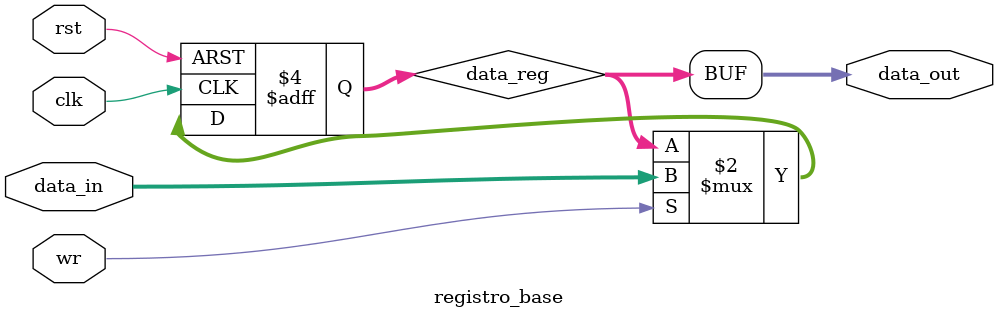
<source format=sv>
`timescale 1ns / 1ps


module registro_base(
input logic         clk,
input logic         rst,
input logic         wr,
input logic  [31:0] data_in,
output logic [31:0] data_out
 );
 
 logic       [31:0] data_reg;
 
 always_ff @(posedge clk or posedge rst)begin
    if(rst) begin
        data_reg <= 'b0;
     end else if(wr) begin
        data_reg <= data_in;
     end 
 end 
 
assign data_out = data_reg;

endmodule

</source>
